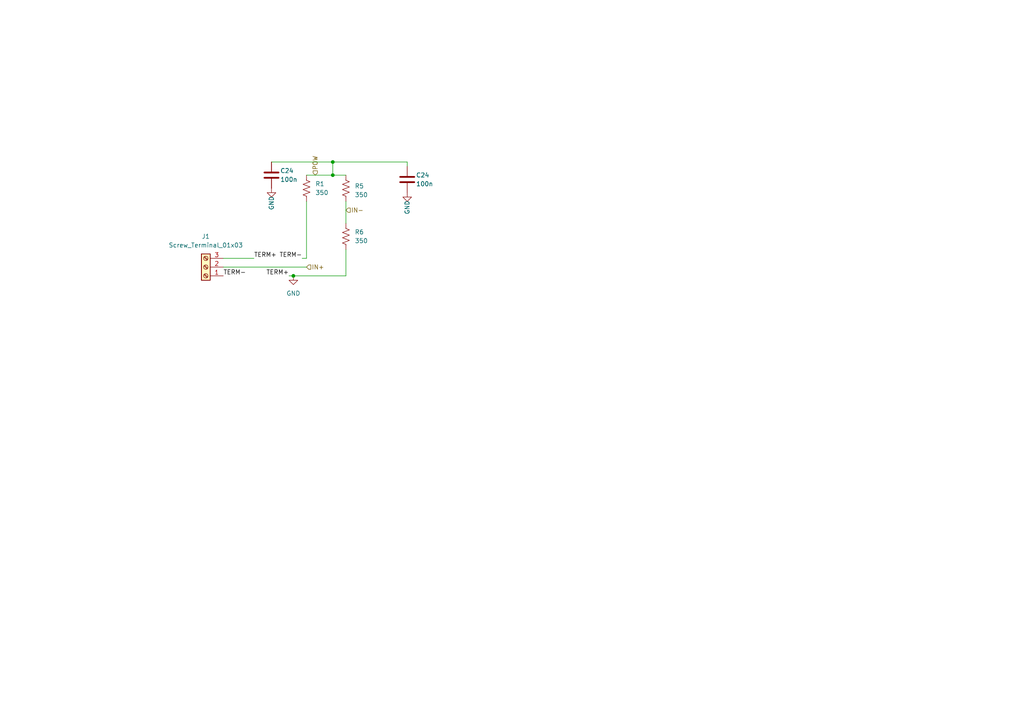
<source format=kicad_sch>
(kicad_sch (version 20230121) (generator eeschema)
  (paper "A4")
  (lib_symbols
    (symbol "Connector:Screw_Terminal_01x03" (pin_names (offset 1.016) hide)
      (property "Reference" "J" (at 0 5.08 0))
      (property "Value" "Screw_Terminal_01x03" (at 0 -5.08 0))
      (symbol "Screw_Terminal_01x03_1_1"
        (rectangle (start -1.27 3.81) (end 1.27 -3.81) (stroke (width 0.254)) (fill (type background)))
        (circle (center 0 -2.54) (radius 0.635) (stroke (width 0.1524)))
        (polyline (pts (xy -0.5334 -2.2098) (xy 0.3302 -3.048)) (stroke (width 0.1524)))
        (polyline (pts (xy -0.5334 0.3302) (xy 0.3302 -0.508)) (stroke (width 0.1524)))
        (polyline (pts (xy -0.5334 2.8702) (xy 0.3302 2.032)) (stroke (width 0.1524)))
        (polyline (pts (xy -0.3556 -2.032) (xy 0.508 -2.8702)) (stroke (width 0.1524)))
        (polyline (pts (xy -0.3556 0.508) (xy 0.508 -0.3302)) (stroke (width 0.1524)))
        (polyline (pts (xy -0.3556 3.048) (xy 0.508 2.2098)) (stroke (width 0.1524)))
        (circle (center 0 0) (radius 0.635) (stroke (width 0.1524)))
        (circle (center 0 2.54) (radius 0.635) (stroke (width 0.1524)))
        (pin passive line (at -5.08 2.54 0) (length 3.81) (name "Pin_1") (number "1"))
        (pin passive line (at -5.08 0 0) (length 3.81) (name "Pin_2") (number "2"))
        (pin passive line (at -5.08 -2.54 0) (length 3.81) (name "Pin_3") (number "3"))
      )
    )
    (symbol "Device:C" (pin_numbers hide) (pin_names (offset 0.254))
      (property "Reference" "C" (at 0.635 2.54 0))
      (property "Value" "C" (at 0.635 -2.54 0))
      (symbol "C_0_1"
        (polyline (pts (xy -2.032 -0.762) (xy 2.032 -0.762)) (stroke (width 0.508)))
        (polyline (pts (xy -2.032 0.762) (xy 2.032 0.762)) (stroke (width 0.508)))
      )
      (symbol "C_1_1"
        (pin passive line (at 0 3.81 270) (length 2.794) (name "~") (number "1"))
        (pin passive line (at 0 -3.81 90) (length 2.794) (name "~") (number "2"))
      )
    )
    (symbol "Device:R_US" (pin_numbers hide) (pin_names (offset 0))
      (property "Reference" "R" (at 2.54 0 90))
      (property "Value" "R_US" (at -2.54 0 90))
      (symbol "R_US_0_1"
        (polyline (pts (xy 0 -2.286) (xy 0 -2.54)))
        (polyline (pts (xy 0 2.286) (xy 0 2.54)))
        (polyline (pts (xy 0 -0.762) (xy 1.016 -1.143) (xy 0 -1.524) (xy -1.016 -1.905) (xy 0 -2.286)))
        (polyline (pts (xy 0 0.762) (xy 1.016 0.381) (xy 0 0) (xy -1.016 -0.381) (xy 0 -0.762)))
        (polyline (pts (xy 0 2.286) (xy 1.016 1.905) (xy 0 1.524) (xy -1.016 1.143) (xy 0 0.762)))
      )
      (symbol "R_US_1_1"
        (pin passive line (at 0 3.81 270) (length 1.27) (name "~") (number "1"))
        (pin passive line (at 0 -3.81 90) (length 1.27) (name "~") (number "2"))
      )
    )
    (symbol "power:GND" (power) (pin_names (offset 0))
      (property "Value" "GND" (at 0 -3.81 0))
      (symbol "GND_0_1"
        (polyline (pts (xy 0 0) (xy 0 -1.27) (xy 1.27 -1.27) (xy 0 -2.54) (xy -1.27 -1.27) (xy 0 -1.27)))
      )
      (symbol "GND_1_1"
        (pin power_in line (at 0 0 270) (length 0) hide (name "GND") (number "1"))
      )
    )
  )
  (junction (at 96.52 46.99))
  (junction (at 85.09 80.01))
  (junction (at 96.52 50.8))
  (wire (pts (xy 100.33 58.42) (xy 100.33 64.77)))
  (wire (pts (xy 118.11 46.99) (xy 118.11 48.26)))
  (wire (pts (xy 100.33 80.01) (xy 100.33 72.39)))
  (wire (pts (xy 88.9 50.8) (xy 96.52 50.8)))
  (wire (pts (xy 83.82 80.01) (xy 85.09 80.01)))
  (wire (pts (xy 78.74 46.99) (xy 96.52 46.99)))
  (wire (pts (xy 96.52 46.99) (xy 118.11 46.99)))
  (wire (pts (xy 64.77 74.93) (xy 73.66 74.93)))
  (wire (pts (xy 87.63 74.93) (xy 88.9 74.93)))
  (wire (pts (xy 88.9 58.42) (xy 88.9 74.93)))
  (wire (pts (xy 96.52 50.8) (xy 100.33 50.8)))
  (wire (pts (xy 64.77 77.47) (xy 88.9 77.47)))
  (wire (pts (xy 85.09 80.01) (xy 100.33 80.01)))
  (wire (pts (xy 96.52 46.99) (xy 96.52 50.8)))
  (label "TERM+" (at 83.82 80.01 180))
  (label "TERM+" (at 73.66 74.93 0))
  (label "TERM-" (at 87.63 74.93 180))
  (label "TERM-" (at 64.77 80.01 0))
  (hierarchical_label "POW" (shape input) (at 91.44 50.8 90))
  (hierarchical_label "IN-" (shape input) (at 100.33 60.96 0))
  (hierarchical_label "IN+" (shape input) (at 88.9 77.47 0))
  (symbol (lib_id "Device:C") (at 118.11 52.07 180) (unit 1)
    (property "Reference" "C24" (at 120.65 50.8 0) (effects (justify right)))
    (property "Value" "100n" (at 120.65 53.34 0) (effects (justify right)))
    (property "Footprint" "Capacitor_SMD:C_0402_1005Metric" (effects hide))
    (property "Purchase Link" "https://www.digikey.com/en/products/detail/kyocera-avx/04025C104KAT2A/6564238" (effects hide))
    (instances (project "Strain_Gauge" (path "" (reference "C24") (unit 1)) (path "" (reference "C23") (unit 1)) (path "" (reference "C24") (unit 1)) (path "" (reference "C25") (unit 1)) (path "" (reference "C26") (unit 1))) (project "Strain_Gauge_V2" (path "" (reference "C26") (unit 1)) (path "" (reference "C2") (unit 1)) (path "" (reference "C4") (unit 1)) (path "" (reference "C24") (unit 1))))
  )
  (symbol (lib_id "Device:R_US") (at 100.33 68.58 0) (unit 1)
    (property "Reference" "R6" (at 102.87 67.3099 0) (effects (justify left)))
    (property "Value" "350" (at 102.87 69.8499 0) (effects (justify left)))
    (property "Footprint" "Resistor_SMD:R_1206_3216Metric" (effects hide))
    (property "Purchase Link" "https://www.digikey.com/en/products/detail/vishay-dale-thin-film/D55342E07B350ART5/3197959" (effects hide))
    (instances (project "Strain_Gauge" (path "" (reference "R6") (unit 1)) (path "" (reference "R2") (unit 1)) (path "" (reference "R8") (unit 1)) (path "" (reference "R10") (unit 1)) (path "" (reference "R12") (unit 1))) (project "Strain_Gauge_V2" (path "" (reference "R12") (unit 1)) (path "" (reference "R3") (unit 1)) (path "" (reference "R6") (unit 1)) (path "" (reference "R9") (unit 1))))
  )
  (symbol (lib_id "Device:R_US") (at 88.9 54.61 0) (unit 1)
    (property "Reference" "R1" (at 91.44 53.3399 0) (effects (justify left)))
    (property "Value" "350" (at 91.44 55.8799 0) (effects (justify left)))
    (property "Footprint" "Resistor_SMD:R_1206_3216Metric" (effects hide))
    (property "Purchase Link" "https://www.digikey.com/en/products/detail/vishay-dale-thin-film/D55342E07B350ART5/3197959" (effects hide))
    (instances (project "Strain_Gauge" (path "" (reference "R1") (unit 1)) (path "" (reference "R1") (unit 1)) (path "" (reference "R6") (unit 1)) (path "" (reference "R11") (unit 1)) (path "" (reference "R17") (unit 1))) (project "Strain_Gauge_V2" (path "" (reference "R10") (unit 1)) (path "" (reference "R1") (unit 1)) (path "" (reference "R4") (unit 1)) (path "" (reference "R7") (unit 1))))
  )
  (symbol (lib_id "Connector:Screw_Terminal_01x03") (at 59.69 77.47 180) (unit 1)
    (property "Reference" "J1" (at 59.69 68.58 0))
    (property "Value" "Screw_Terminal_01x03" (at 59.69 71.12 0))
    (property "Footprint" "TerminalBlock_Phoenix:TerminalBlock_Phoenix_PT-1,5-3-3.5-H_1x03_P3.50mm_Horizontal" (effects hide))
    (property "Purchase Link" "https://www.digikey.com/en/products/detail/phoenix-contact/1751251/2511152" (effects hide))
    (instances (project "Strain_Gauge" (path "" (reference "J1") (unit 1)) (path "" (reference "J1") (unit 1)) (path "" (reference "J2") (unit 1)) (path "" (reference "J3") (unit 1)) (path "" (reference "J4") (unit 1))) (project "Strain_Gauge_V2" (path "" (reference "J4") (unit 1)) (path "" (reference "J1") (unit 1)) (path "" (reference "J2") (unit 1)) (path "" (reference "J3") (unit 1))))
  )
  (symbol (lib_id "power:GND") (at 118.11 55.88 0) (unit 1)
    (property "Reference" "#PWR0127" (effects hide))
    (property "Value" "GND" (at 118.11 62.23 90) (effects (justify left)))
    (instances (project "Strain_Gauge" (path "" (reference "#PWR0127") (unit 1)) (path "" (reference "#PWR025") (unit 1)) (path "" (reference "#PWR026") (unit 1)) (path "" (reference "#PWR028") (unit 1)) (path "" (reference "#PWR030") (unit 1))) (project "Strain_Gauge_V2" (path "" (reference "#PWR041") (unit 1)) (path "" (reference "#PWR03") (unit 1)) (path "" (reference "#PWR06") (unit 1)) (path "" (reference "#PWR038") (unit 1))))
  )
  (symbol (lib_id "Device:C") (at 78.74 50.8 180) (unit 1)
    (property "Reference" "C24" (at 81.28 49.53 0) (effects (justify right)))
    (property "Value" "100n" (at 81.28 52.07 0) (effects (justify right)))
    (property "Footprint" "Capacitor_SMD:C_0402_1005Metric" (effects hide))
    (property "Purchase Link" "https://www.digikey.com/en/products/detail/kyocera-avx/04025C104KAT2A/6564238" (effects hide))
    (instances (project "Strain_Gauge" (path "" (reference "C24") (unit 1)) (path "" (reference "C23") (unit 1)) (path "" (reference "C24") (unit 1)) (path "" (reference "C25") (unit 1)) (path "" (reference "C26") (unit 1))) (project "Strain_Gauge_V2" (path "" (reference "C25") (unit 1)) (path "" (reference "C1") (unit 1)) (path "" (reference "C3") (unit 1)) (path "" (reference "C23") (unit 1))))
  )
  (symbol (lib_id "power:GND") (at 78.74 54.61 0) (unit 1)
    (property "Reference" "#PWR0127" (effects hide))
    (property "Value" "GND" (at 78.74 60.96 90) (effects (justify left)))
    (instances (project "Strain_Gauge" (path "" (reference "#PWR0127") (unit 1)) (path "" (reference "#PWR025") (unit 1)) (path "" (reference "#PWR026") (unit 1)) (path "" (reference "#PWR028") (unit 1)) (path "" (reference "#PWR030") (unit 1))) (project "Strain_Gauge_V2" (path "" (reference "#PWR039") (unit 1)) (path "" (reference "#PWR01") (unit 1)) (path "" (reference "#PWR04") (unit 1)) (path "" (reference "#PWR07") (unit 1))))
  )
  (symbol (lib_id "power:GND") (at 85.09 80.01 0) (unit 1)
    (property "Reference" "#PWR0134" (effects hide))
    (property "Value" "GND" (at 85.09 85.09 0))
    (instances (project "Strain_Gauge" (path "" (reference "#PWR0134") (unit 1)) (path "" (reference "#PWR027") (unit 1)) (path "" (reference "#PWR029") (unit 1)) (path "" (reference "#PWR031") (unit 1)) (path "" (reference "#PWR033") (unit 1))) (project "Strain_Gauge_V2" (path "" (reference "#PWR040") (unit 1)) (path "" (reference "#PWR02") (unit 1)) (path "" (reference "#PWR05") (unit 1)) (path "" (reference "#PWR08") (unit 1))))
  )
  (symbol (lib_id "Device:R_US") (at 100.33 54.61 0) (unit 1)
    (property "Reference" "R5" (at 102.87 53.975 0) (effects (justify left)))
    (property "Value" "350" (at 102.87 56.515 0) (effects (justify left)))
    (property "Footprint" "Resistor_SMD:R_1206_3216Metric" (effects hide))
    (property "Purchase Link" "https://www.digikey.com/en/products/detail/vishay-dale-thin-film/D55342E07B350ART5/3197959" (effects hide))
    (instances (project "Strain_Gauge" (path "" (reference "R5") (unit 1)) (path "" (reference "R5") (unit 1)) (path "" (reference "R7") (unit 1)) (path "" (reference "R9") (unit 1)) (path "" (reference "R16") (unit 1))) (project "Strain_Gauge_V2" (path "" (reference "R11") (unit 1)) (path "" (reference "R2") (unit 1)) (path "" (reference "R5") (unit 1)) (path "" (reference "R8") (unit 1))))
  )
)
</source>
